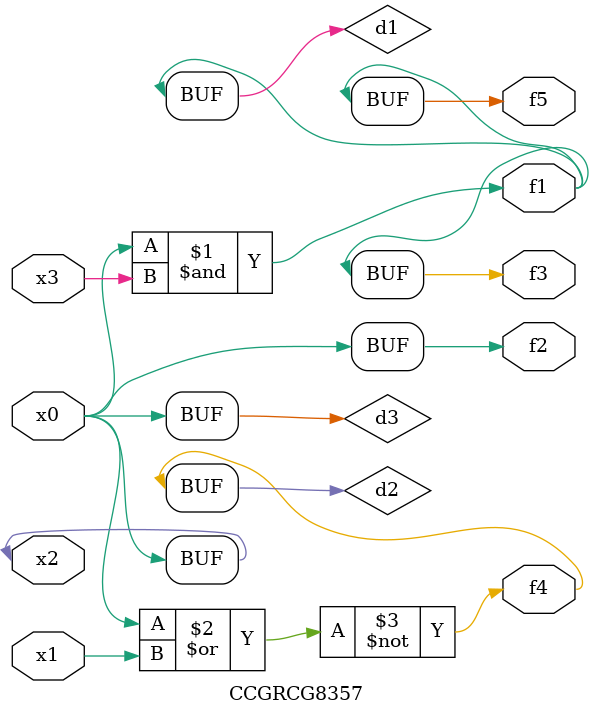
<source format=v>
module CCGRCG8357(
	input x0, x1, x2, x3,
	output f1, f2, f3, f4, f5
);

	wire d1, d2, d3;

	and (d1, x2, x3);
	nor (d2, x0, x1);
	buf (d3, x0, x2);
	assign f1 = d1;
	assign f2 = d3;
	assign f3 = d1;
	assign f4 = d2;
	assign f5 = d1;
endmodule

</source>
